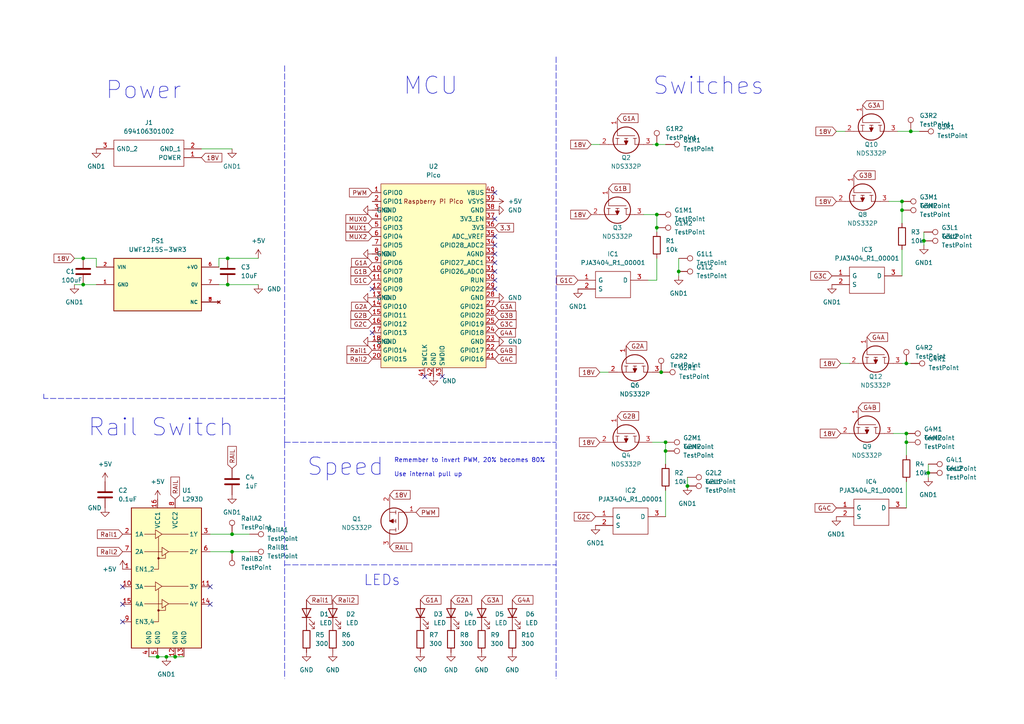
<source format=kicad_sch>
(kicad_sch (version 20211123) (generator eeschema)
  (paper "A4")
  (lib_symbols
    (symbol "Connector:TestPoint" (pin_numbers hide) (pin_names (offset 0.762) hide)
      (property "Reference" "TP" (at 0 6.858 0))
      (property "Value" "TestPoint" (at 0 5.08 0))
      (symbol "TestPoint_0_1"
        (circle (center 0 3.302) (radius 0.762))
      )
      (symbol "TestPoint_1_1"
        (pin passive line (at 0 0 90) (length 2.54) (name "1") (number "1"))
      )
    )
    (symbol "Device:C" (pin_numbers hide) (pin_names (offset 0.254))
      (property "Reference" "C" (at 0.635 2.54 0))
      (property "Value" "C" (at 0.635 -2.54 0))
      (symbol "C_0_1"
        (polyline (pts (xy -2.032 -0.762) (xy 2.032 -0.762)) (stroke (width 0.508)))
        (polyline (pts (xy -2.032 0.762) (xy 2.032 0.762)) (stroke (width 0.508)))
      )
      (symbol "C_1_1"
        (pin passive line (at 0 3.81 270) (length 2.794) (name "~") (number "1"))
        (pin passive line (at 0 -3.81 90) (length 2.794) (name "~") (number "2"))
      )
    )
    (symbol "Device:LED" (pin_numbers hide) (pin_names (offset 1.016) hide)
      (property "Reference" "D" (at 0 2.54 0))
      (property "Value" "LED" (at 0 -2.54 0))
      (symbol "LED_0_1"
        (polyline (pts (xy -1.27 -1.27) (xy -1.27 1.27)) (stroke (width 0.254)))
        (polyline (pts (xy -1.27 0) (xy 1.27 0)))
        (polyline (pts (xy 1.27 -1.27) (xy 1.27 1.27) (xy -1.27 0) (xy 1.27 -1.27)) (stroke (width 0.254)))
        (polyline (pts (xy -3.048 -0.762) (xy -4.572 -2.286) (xy -3.81 -2.286) (xy -4.572 -2.286) (xy -4.572 -1.524)))
        (polyline (pts (xy -1.778 -0.762) (xy -3.302 -2.286) (xy -2.54 -2.286) (xy -3.302 -2.286) (xy -3.302 -1.524)))
      )
      (symbol "LED_1_1"
        (pin passive line (at -3.81 0 0) (length 2.54) (name "K") (number "1"))
        (pin passive line (at 3.81 0 180) (length 2.54) (name "A") (number "2"))
      )
    )
    (symbol "Device:R" (pin_numbers hide) (pin_names (offset 0))
      (property "Reference" "R" (at 2.032 0 90))
      (property "Value" "R" (at 0 0 90))
      (symbol "R_0_1"
        (rectangle (start -1.016 -2.54) (end 1.016 2.54) (stroke (width 0.254)))
      )
      (symbol "R_1_1"
        (pin passive line (at 0 3.81 270) (length 1.27) (name "~") (number "1"))
        (pin passive line (at 0 -3.81 90) (length 1.27) (name "~") (number "2"))
      )
    )
    (symbol "Driver_Motor:L293D" (pin_names (offset 1.016))
      (property "Reference" "U" (at -5.08 26.035 0))
      (property "Value" "L293D" (at -5.08 24.13 0))
      (symbol "L293D_0_1"
        (rectangle (start -10.16 22.86) (end 10.16 -17.78) (stroke (width 0.254)) (fill (type background)))
        (circle (center -2.286 -6.858) (radius 0.254) (fill (type outline)))
        (circle (center -2.286 8.255) (radius 0.254) (fill (type outline)))
        (polyline (pts (xy -6.35 -4.953) (xy -1.27 -4.953)))
        (polyline (pts (xy -6.35 0.127) (xy -3.175 0.127)))
        (polyline (pts (xy -6.35 10.16) (xy -1.27 10.16)))
        (polyline (pts (xy -6.35 15.24) (xy -3.175 15.24)))
        (polyline (pts (xy -1.27 0.127) (xy 6.35 0.127)))
        (polyline (pts (xy -1.27 15.24) (xy 6.35 15.24)))
        (polyline (pts (xy 0.635 -4.953) (xy 6.35 -4.953)))
        (polyline (pts (xy 0.635 10.16) (xy 6.35 10.16)))
        (polyline (pts (xy -2.286 -6.858) (xy -0.254 -6.858) (xy -0.254 -5.588)))
        (polyline (pts (xy -2.286 -0.635) (xy -2.286 -10.16) (xy -3.556 -10.16)))
        (polyline (pts (xy -2.286 8.255) (xy -0.254 8.255) (xy -0.254 9.525)))
        (polyline (pts (xy -2.286 14.478) (xy -2.286 5.08) (xy -3.556 5.08)))
        (polyline (pts (xy -3.175 1.397) (xy -3.175 -1.143) (xy -1.27 0.127) (xy -3.175 1.397)))
        (polyline (pts (xy -3.175 16.51) (xy -3.175 13.97) (xy -1.27 15.24) (xy -3.175 16.51)))
        (polyline (pts (xy -1.27 -3.683) (xy -1.27 -6.223) (xy 0.635 -4.953) (xy -1.27 -3.683)))
        (polyline (pts (xy -1.27 11.43) (xy -1.27 8.89) (xy 0.635 10.16) (xy -1.27 11.43)))
      )
      (symbol "L293D_1_1"
        (pin input line (at -12.7 5.08 0) (length 2.54) (name "EN1,2") (number "1"))
        (pin input line (at -12.7 0 0) (length 2.54) (name "3A") (number "10"))
        (pin output line (at 12.7 0 180) (length 2.54) (name "3Y") (number "11"))
        (pin power_in line (at 2.54 -20.32 90) (length 2.54) (name "GND") (number "12"))
        (pin power_in line (at 5.08 -20.32 90) (length 2.54) (name "GND") (number "13"))
        (pin output line (at 12.7 -5.08 180) (length 2.54) (name "4Y") (number "14"))
        (pin input line (at -12.7 -5.08 0) (length 2.54) (name "4A") (number "15"))
        (pin power_in line (at -2.54 25.4 270) (length 2.54) (name "VCC1") (number "16"))
        (pin input line (at -12.7 15.24 0) (length 2.54) (name "1A") (number "2"))
        (pin output line (at 12.7 15.24 180) (length 2.54) (name "1Y") (number "3"))
        (pin power_in line (at -5.08 -20.32 90) (length 2.54) (name "GND") (number "4"))
        (pin power_in line (at -2.54 -20.32 90) (length 2.54) (name "GND") (number "5"))
        (pin output line (at 12.7 10.16 180) (length 2.54) (name "2Y") (number "6"))
        (pin input line (at -12.7 10.16 0) (length 2.54) (name "2A") (number "7"))
        (pin power_in line (at 2.54 25.4 270) (length 2.54) (name "VCC2") (number "8"))
        (pin input line (at -12.7 -10.16 0) (length 2.54) (name "EN3,4") (number "9"))
      )
    )
    (symbol "MCU_RaspberryPi_and_Boards:Pico"
      (property "Reference" "U" (at -13.97 27.94 0))
      (property "Value" "Pico" (at 0 19.05 0))
      (symbol "Pico_0_0"
        (text "Raspberry Pi Pico" (at 0 21.59 0) (effects (font (size 1.27 1.27))))
      )
      (symbol "Pico_0_1"
        (rectangle (start -15.24 26.67) (end 15.24 -26.67) (fill (type background)))
      )
      (symbol "Pico_1_1"
        (pin bidirectional line (at -17.78 24.13 0) (length 2.54) (name "GPIO0") (number "1"))
        (pin bidirectional line (at -17.78 1.27 0) (length 2.54) (name "GPIO7") (number "10"))
        (pin bidirectional line (at -17.78 -1.27 0) (length 2.54) (name "GPIO8") (number "11"))
        (pin bidirectional line (at -17.78 -3.81 0) (length 2.54) (name "GPIO9") (number "12"))
        (pin power_in line (at -17.78 -6.35 0) (length 2.54) (name "GND") (number "13"))
        (pin bidirectional line (at -17.78 -8.89 0) (length 2.54) (name "GPIO10") (number "14"))
        (pin bidirectional line (at -17.78 -11.43 0) (length 2.54) (name "GPIO11") (number "15"))
        (pin bidirectional line (at -17.78 -13.97 0) (length 2.54) (name "GPIO12") (number "16"))
        (pin bidirectional line (at -17.78 -16.51 0) (length 2.54) (name "GPIO13") (number "17"))
        (pin power_in line (at -17.78 -19.05 0) (length 2.54) (name "GND") (number "18"))
        (pin bidirectional line (at -17.78 -21.59 0) (length 2.54) (name "GPIO14") (number "19"))
        (pin bidirectional line (at -17.78 21.59 0) (length 2.54) (name "GPIO1") (number "2"))
        (pin bidirectional line (at -17.78 -24.13 0) (length 2.54) (name "GPIO15") (number "20"))
        (pin bidirectional line (at 17.78 -24.13 180) (length 2.54) (name "GPIO16") (number "21"))
        (pin bidirectional line (at 17.78 -21.59 180) (length 2.54) (name "GPIO17") (number "22"))
        (pin power_in line (at 17.78 -19.05 180) (length 2.54) (name "GND") (number "23"))
        (pin bidirectional line (at 17.78 -16.51 180) (length 2.54) (name "GPIO18") (number "24"))
        (pin bidirectional line (at 17.78 -13.97 180) (length 2.54) (name "GPIO19") (number "25"))
        (pin bidirectional line (at 17.78 -11.43 180) (length 2.54) (name "GPIO20") (number "26"))
        (pin bidirectional line (at 17.78 -8.89 180) (length 2.54) (name "GPIO21") (number "27"))
        (pin power_in line (at 17.78 -6.35 180) (length 2.54) (name "GND") (number "28"))
        (pin bidirectional line (at 17.78 -3.81 180) (length 2.54) (name "GPIO22") (number "29"))
        (pin power_in line (at -17.78 19.05 0) (length 2.54) (name "GND") (number "3"))
        (pin input line (at 17.78 -1.27 180) (length 2.54) (name "RUN") (number "30"))
        (pin bidirectional line (at 17.78 1.27 180) (length 2.54) (name "GPIO26_ADC0") (number "31"))
        (pin bidirectional line (at 17.78 3.81 180) (length 2.54) (name "GPIO27_ADC1") (number "32"))
        (pin power_in line (at 17.78 6.35 180) (length 2.54) (name "AGND") (number "33"))
        (pin bidirectional line (at 17.78 8.89 180) (length 2.54) (name "GPIO28_ADC2") (number "34"))
        (pin power_in line (at 17.78 11.43 180) (length 2.54) (name "ADC_VREF") (number "35"))
        (pin power_in line (at 17.78 13.97 180) (length 2.54) (name "3V3") (number "36"))
        (pin input line (at 17.78 16.51 180) (length 2.54) (name "3V3_EN") (number "37"))
        (pin bidirectional line (at 17.78 19.05 180) (length 2.54) (name "GND") (number "38"))
        (pin power_in line (at 17.78 21.59 180) (length 2.54) (name "VSYS") (number "39"))
        (pin bidirectional line (at -17.78 16.51 0) (length 2.54) (name "GPIO2") (number "4"))
        (pin power_in line (at 17.78 24.13 180) (length 2.54) (name "VBUS") (number "40"))
        (pin input line (at -2.54 -29.21 90) (length 2.54) (name "SWCLK") (number "41"))
        (pin power_in line (at 0 -29.21 90) (length 2.54) (name "GND") (number "42"))
        (pin bidirectional line (at 2.54 -29.21 90) (length 2.54) (name "SWDIO") (number "43"))
        (pin bidirectional line (at -17.78 13.97 0) (length 2.54) (name "GPIO3") (number "5"))
        (pin bidirectional line (at -17.78 11.43 0) (length 2.54) (name "GPIO4") (number "6"))
        (pin bidirectional line (at -17.78 8.89 0) (length 2.54) (name "GPIO5") (number "7"))
        (pin power_in line (at -17.78 6.35 0) (length 2.54) (name "GND") (number "8"))
        (pin bidirectional line (at -17.78 3.81 0) (length 2.54) (name "GPIO6") (number "9"))
      )
    )
    (symbol "SamacSys_Parts:694106301002" (pin_names (offset 0.762))
      (property "Reference" "J" (at 26.67 7.62 0))
      (property "Value" "694106301002" (at 26.67 5.08 0))
      (symbol "694106301002_0_0"
        (pin passive line (at 30.48 -2.54 180) (length 5.08) (name "POWER") (number "1"))
        (pin passive line (at 30.48 0 180) (length 5.08) (name "GND_1") (number "2"))
        (pin passive line (at 0 0 0) (length 5.08) (name "GND_2") (number "3"))
      )
      (symbol "694106301002_0_1"
        (polyline (pts (xy 5.08 2.54) (xy 25.4 2.54) (xy 25.4 -5.08) (xy 5.08 -5.08) (xy 5.08 2.54)) (stroke (width 0.1524)))
      )
    )
    (symbol "SamacSys_Parts:NDS332P" (pin_names (offset 0.762))
      (property "Reference" "Q" (at 11.43 3.81 0))
      (property "Value" "NDS332P" (at 11.43 1.27 0))
      (symbol "NDS332P_0_0"
        (pin passive line (at 0 0 0) (length 2.54) (name "~") (number "1"))
        (pin passive line (at 7.62 -5.08 90) (length 2.54) (name "~") (number "2"))
        (pin passive line (at 7.62 10.16 270) (length 2.54) (name "~") (number "3"))
      )
      (symbol "NDS332P_0_1"
        (polyline (pts (xy 5.842 -0.508) (xy 5.842 0.508)) (stroke (width 0.1524)))
        (polyline (pts (xy 5.842 0) (xy 7.62 0)) (stroke (width 0.1524)))
        (polyline (pts (xy 5.842 2.032) (xy 5.842 3.048)) (stroke (width 0.1524)))
        (polyline (pts (xy 5.842 5.588) (xy 5.842 4.572)) (stroke (width 0.1524)))
        (polyline (pts (xy 7.62 2.54) (xy 5.842 2.54)) (stroke (width 0.1524)))
        (polyline (pts (xy 7.62 2.54) (xy 7.62 -2.54)) (stroke (width 0.1524)))
        (polyline (pts (xy 7.62 5.08) (xy 5.842 5.08)) (stroke (width 0.1524)))
        (polyline (pts (xy 7.62 5.08) (xy 7.62 7.62)) (stroke (width 0.1524)))
        (polyline (pts (xy 2.54 0) (xy 5.08 0) (xy 5.08 5.08)) (stroke (width 0.1524)))
        (polyline (pts (xy 7.62 2.54) (xy 6.604 3.048) (xy 6.604 2.032) (xy 7.62 2.54)) (stroke (width 0.254)) (fill (type outline)))
        (circle (center 6.35 2.54) (radius 3.81) (stroke (width 0.254)))
      )
    )
    (symbol "SamacSys_Parts:PJA3404_R1_00001" (pin_names (offset 0.762))
      (property "Reference" "IC" (at 16.51 7.62 0))
      (property "Value" "PJA3404_R1_00001" (at 16.51 5.08 0))
      (symbol "PJA3404_R1_00001_0_0"
        (pin passive line (at 0 0 0) (length 5.08) (name "G") (number "1"))
        (pin passive line (at 0 -2.54 0) (length 5.08) (name "S") (number "2"))
        (pin passive line (at 20.32 0 180) (length 5.08) (name "D") (number "3"))
      )
      (symbol "PJA3404_R1_00001_0_1"
        (polyline (pts (xy 5.08 2.54) (xy 15.24 2.54) (xy 15.24 -5.08) (xy 5.08 -5.08) (xy 5.08 2.54)) (stroke (width 0.1524)))
      )
    )
    (symbol "UWF1215S-3WR3:UWF1215S-3WR3" (pin_names (offset 1.016))
      (property "Reference" "PS" (at -12.7 8.89 0))
      (property "Value" "UWF1215S-3WR3" (at -12.7 -10.16 0))
      (symbol "UWF1215S-3WR3_0_0"
        (rectangle (start -12.7 -7.62) (end 12.7 7.62) (stroke (width 0.254)) (fill (type background)))
        (pin power_in line (at -17.78 0 0) (length 5.08) (name "GND") (number "1"))
        (pin input line (at -17.78 5.08 0) (length 5.08) (name "VIN") (number "2"))
        (pin no_connect line (at 17.78 -5.08 180) (length 5.08) (name "NC") (number "3"))
        (pin no_connect line (at 17.78 -5.08 180) (length 5.08) (name "NC") (number "5"))
        (pin output line (at 17.78 5.08 180) (length 5.08) (name "+VO") (number "6"))
        (pin passive line (at 17.78 0 180) (length 5.08) (name "0V") (number "7"))
        (pin no_connect line (at 17.78 -5.08 180) (length 5.08) (name "NC") (number "8"))
      )
    )
    (symbol "power:+5V" (power) (pin_names (offset 0))
      (property "Value" "+5V" (at 0 3.556 0))
      (symbol "+5V_0_1"
        (polyline (pts (xy -0.762 1.27) (xy 0 2.54)))
        (polyline (pts (xy 0 0) (xy 0 2.54)))
        (polyline (pts (xy 0 2.54) (xy 0.762 1.27)))
      )
      (symbol "+5V_1_1"
        (pin power_in line (at 0 0 90) (length 0) hide (name "+5V") (number "1"))
      )
    )
    (symbol "power:GND" (power) (pin_names (offset 0))
      (property "Value" "GND" (at 0 -3.81 0))
      (symbol "GND_0_1"
        (polyline (pts (xy 0 0) (xy 0 -1.27) (xy 1.27 -1.27) (xy 0 -2.54) (xy -1.27 -1.27) (xy 0 -1.27)))
      )
      (symbol "GND_1_1"
        (pin power_in line (at 0 0 270) (length 0) hide (name "GND") (number "1"))
      )
    )
    (symbol "power:GND1" (power) (pin_names (offset 0))
      (property "Value" "GND1" (at 0 -3.81 0))
      (symbol "GND1_0_1"
        (polyline (pts (xy 0 0) (xy 0 -1.27) (xy 1.27 -1.27) (xy 0 -2.54) (xy -1.27 -1.27) (xy 0 -1.27)))
      )
      (symbol "GND1_1_1"
        (pin power_in line (at 0 0 270) (length 0) hide (name "GND1") (number "1"))
      )
    )
  )
  (junction (at 196.85 78.74))
  (junction (at 45.72 190.5))
  (junction (at 267.97 69.85))
  (junction (at 48.26 190.5))
  (junction (at 261.62 58.42))
  (junction (at 190.5 66.04))
  (junction (at 67.31 154.94))
  (junction (at 66.04 74.93))
  (junction (at 67.31 160.02))
  (junction (at 66.04 82.55))
  (junction (at 261.62 60.96))
  (junction (at 262.89 125.73))
  (junction (at 269.24 137.16))
  (junction (at 191.77 107.95))
  (junction (at 24.13 74.93))
  (junction (at 24.13 82.55))
  (junction (at 193.04 130.81))
  (junction (at 193.04 128.27))
  (junction (at 190.5 41.91))
  (junction (at 262.89 105.41))
  (junction (at 199.39 140.97))
  (junction (at 50.8 190.5))
  (junction (at 190.5 62.23))
  (junction (at 264.16 38.1))
  (junction (at 262.89 128.27))
  (no_connect (at 60.96 170.18))
  (no_connect (at 60.96 175.26))
  (no_connect (at 143.51 55.88))
  (no_connect (at 143.51 83.82))
  (no_connect (at 143.51 81.28))
  (no_connect (at 143.51 78.74))
  (no_connect (at 143.51 76.2))
  (no_connect (at 143.51 73.66))
  (no_connect (at 143.51 71.12))
  (no_connect (at 143.51 68.58))
  (no_connect (at 143.51 63.5))
  (no_connect (at 107.95 83.82))
  (no_connect (at 107.95 96.52))
  (no_connect (at 35.56 170.18))
  (no_connect (at 35.56 175.26))
  (no_connect (at 35.56 180.34))
  (no_connect (at 123.19 109.22))
  (no_connect (at 128.27 109.22))
  (wire (pts (xy 63.5 74.93) (xy 63.5 77.47)))
  (wire (pts (xy 190.5 62.23) (xy 190.5 66.04)))
  (wire (pts (xy 193.04 142.24) (xy 193.04 149.86)))
  (wire (pts (xy 193.04 128.27) (xy 193.04 130.81)))
  (polyline (pts (xy 82.55 128.27) (xy 161.29 128.27)))
  (wire (pts (xy 72.39 154.94) (xy 67.31 154.94)))
  (wire (pts (xy 269.24 137.16) (xy 269.24 138.43)))
  (wire (pts (xy 264.16 105.41) (xy 262.89 105.41)))
  (wire (pts (xy 267.97 67.31) (xy 267.97 69.85)))
  (wire (pts (xy 173.99 107.95) (xy 176.53 107.95)))
  (wire (pts (xy 187.96 81.28) (xy 190.5 81.28)))
  (wire (pts (xy 257.81 58.42) (xy 261.62 58.42)))
  (wire (pts (xy 242.57 38.1) (xy 245.11 38.1)))
  (wire (pts (xy 266.7 38.1) (xy 264.16 38.1)))
  (wire (pts (xy 21.59 74.93) (xy 24.13 74.93)))
  (polyline (pts (xy 82.55 128.27) (xy 82.55 196.85)))
  (wire (pts (xy 199.39 138.43) (xy 199.39 140.97)))
  (wire (pts (xy 67.31 160.02) (xy 60.96 160.02)))
  (wire (pts (xy 264.16 38.1) (xy 260.35 38.1)))
  (wire (pts (xy 66.04 82.55) (xy 63.5 82.55)))
  (polyline (pts (xy 82.55 19.05) (xy 82.55 128.27)))
  (wire (pts (xy 74.93 82.55) (xy 66.04 82.55)))
  (wire (pts (xy 21.59 82.55) (xy 24.13 82.55)))
  (wire (pts (xy 259.08 125.73) (xy 262.89 125.73)))
  (wire (pts (xy 262.89 125.73) (xy 262.89 128.27)))
  (wire (pts (xy 190.5 74.93) (xy 190.5 81.28)))
  (polyline (pts (xy 12.7 114.3) (xy 12.7 115.57)))
  (wire (pts (xy 190.5 41.91) (xy 189.23 41.91)))
  (wire (pts (xy 262.89 139.7) (xy 262.89 147.32)))
  (wire (pts (xy 27.94 74.93) (xy 24.13 74.93)))
  (wire (pts (xy 261.62 58.42) (xy 261.62 60.96)))
  (wire (pts (xy 261.62 60.96) (xy 261.62 64.77)))
  (wire (pts (xy 189.23 128.27) (xy 193.04 128.27)))
  (wire (pts (xy 171.45 41.91) (xy 173.99 41.91)))
  (wire (pts (xy 193.04 130.81) (xy 193.04 134.62)))
  (wire (pts (xy 186.69 62.23) (xy 190.5 62.23)))
  (wire (pts (xy 74.93 74.93) (xy 66.04 74.93)))
  (wire (pts (xy 196.85 78.74) (xy 196.85 74.93)))
  (wire (pts (xy 193.04 41.91) (xy 190.5 41.91)))
  (polyline (pts (xy 161.29 16.51) (xy 161.29 151.13)))
  (wire (pts (xy 72.39 160.02) (xy 67.31 160.02)))
  (wire (pts (xy 262.89 105.41) (xy 261.62 105.41)))
  (wire (pts (xy 269.24 134.62) (xy 269.24 137.16)))
  (polyline (pts (xy 161.29 151.13) (xy 161.29 196.85)))
  (wire (pts (xy 50.8 190.5) (xy 53.34 190.5)))
  (wire (pts (xy 262.89 128.27) (xy 262.89 132.08)))
  (wire (pts (xy 190.5 66.04) (xy 190.5 67.31)))
  (wire (pts (xy 196.85 80.01) (xy 196.85 78.74)))
  (wire (pts (xy 27.94 77.47) (xy 27.94 74.93)))
  (wire (pts (xy 243.84 105.41) (xy 246.38 105.41)))
  (wire (pts (xy 261.62 72.39) (xy 261.62 80.01)))
  (wire (pts (xy 67.31 43.18) (xy 58.42 43.18)))
  (wire (pts (xy 43.18 190.5) (xy 45.72 190.5)))
  (wire (pts (xy 267.97 69.85) (xy 267.97 71.12)))
  (wire (pts (xy 45.72 190.5) (xy 48.26 190.5)))
  (polyline (pts (xy 82.55 115.57) (xy 12.7 115.57)))
  (wire (pts (xy 48.26 190.5) (xy 50.8 190.5)))
  (wire (pts (xy 67.31 154.94) (xy 60.96 154.94)))
  (wire (pts (xy 24.13 82.55) (xy 27.94 82.55)))
  (wire (pts (xy 66.04 74.93) (xy 63.5 74.93)))
  (polyline (pts (xy 82.55 163.83) (xy 161.29 163.83)))
  (text "Remember to invert PWM, 20% becomes 80%\n\nUse internal pull up" (at 114.3 138.43 0) (effects (font (size 1.27 1.27)) (justify left bottom)))
  (text "MCU\n" (at 116.84 27.94 0) (effects (font (size 5 5)) (justify left bottom)))
  (text "Power" (at 30.48 29.21 0) (effects (font (size 5 5)) (justify left bottom)))
  (text "Speed" (at 88.9 138.43 0) (effects (font (size 5 5)) (justify left bottom)))
  (text "Switches" (at 189.23 27.94 0) (effects (font (size 5 5)) (justify left bottom)))
  (text "Rail Switch" (at 25.4 127 0) (effects (font (size 5 5)) (justify left bottom)))
  (text "LEDs" (at 105.41 170.18 0) (effects (font (size 3 3)) (justify left bottom)))
  (global_label "G4A" (shape input) (at 251.46 97.79 0) (property "Intersheet References" "${INTERSHEET_REFS}" (effects hide)))
  (global_label "G3A" (shape input) (at 250.19 30.48 0) (property "Intersheet References" "${INTERSHEET_REFS}" (effects hide)))
  (global_label "18V" (shape input) (at 21.59 74.93 180) (property "Intersheet References" "${INTERSHEET_REFS}" (effects hide)))
  (global_label "PWM" (shape input) (at 107.95 55.88 180) (property "Intersheet References" "${INTERSHEET_REFS}" (effects hide)))
  (global_label "G2A" (shape input) (at 107.95 88.9 180) (property "Intersheet References" "${INTERSHEET_REFS}" (effects hide)))
  (global_label "Rail2" (shape input) (at 107.95 104.14 180) (property "Intersheet References" "${INTERSHEET_REFS}" (effects hide)))
  (global_label "G3A" (shape input) (at 143.51 88.9 0) (property "Intersheet References" "${INTERSHEET_REFS}" (effects hide)))
  (global_label "G1A" (shape input) (at 179.07 34.29 0) (property "Intersheet References" "${INTERSHEET_REFS}" (effects hide)))
  (global_label "G1C" (shape input) (at 167.64 81.28 180) (property "Intersheet References" "${INTERSHEET_REFS}" (effects hide)))
  (global_label "G4A" (shape input) (at 148.59 173.99 0) (property "Intersheet References" "${INTERSHEET_REFS}" (effects hide)))
  (global_label "G2A" (shape input) (at 181.61 100.33 0) (property "Intersheet References" "${INTERSHEET_REFS}" (effects hide)))
  (global_label "MUX0" (shape input) (at 107.95 63.5 180) (property "Intersheet References" "${INTERSHEET_REFS}" (effects hide)))
  (global_label "MUX1" (shape input) (at 107.95 66.04 180) (property "Intersheet References" "${INTERSHEET_REFS}" (effects hide)))
  (global_label "RAIL" (shape input) (at 50.8 144.78 90) (property "Intersheet References" "${INTERSHEET_REFS}" (effects hide)))
  (global_label "G4B" (shape input) (at 248.92 118.11 0) (property "Intersheet References" "${INTERSHEET_REFS}" (effects hide)))
  (global_label "G1B" (shape input) (at 107.95 78.74 180) (property "Intersheet References" "${INTERSHEET_REFS}" (effects hide)))
  (global_label "Rail1" (shape input) (at 88.9 173.99 0) (property "Intersheet References" "${INTERSHEET_REFS}" (effects hide)))
  (global_label "Rail1" (shape input) (at 107.95 101.6 180) (property "Intersheet References" "${INTERSHEET_REFS}" (effects hide)))
  (global_label "18V" (shape input) (at 171.45 62.23 180) (property "Intersheet References" "${INTERSHEET_REFS}" (effects hide)))
  (global_label "18V" (shape input) (at 243.84 125.73 180) (property "Intersheet References" "${INTERSHEET_REFS}" (effects hide)))
  (global_label "Rail2" (shape input) (at 96.52 173.99 0) (property "Intersheet References" "${INTERSHEET_REFS}" (effects hide)))
  (global_label "RAIL" (shape input) (at 67.31 135.89 90) (property "Intersheet References" "${INTERSHEET_REFS}" (effects hide)))
  (global_label "18V" (shape input) (at 173.99 128.27 180) (property "Intersheet References" "${INTERSHEET_REFS}" (effects hide)))
  (global_label "G3B" (shape input) (at 247.65 50.8 0) (property "Intersheet References" "${INTERSHEET_REFS}" (effects hide)))
  (global_label "Rail1" (shape input) (at 35.56 154.94 180) (property "Intersheet References" "${INTERSHEET_REFS}" (effects hide)))
  (global_label "G1A" (shape input) (at 121.92 173.99 0) (property "Intersheet References" "${INTERSHEET_REFS}" (effects hide)))
  (global_label "G2B" (shape input) (at 107.95 91.44 180) (property "Intersheet References" "${INTERSHEET_REFS}" (effects hide)))
  (global_label "G2B" (shape input) (at 179.07 120.65 0) (property "Intersheet References" "${INTERSHEET_REFS}" (effects hide)))
  (global_label "G3A" (shape input) (at 139.7 173.99 0) (property "Intersheet References" "${INTERSHEET_REFS}" (effects hide)))
  (global_label "18V" (shape input) (at 58.42 45.72 0) (property "Intersheet References" "${INTERSHEET_REFS}" (effects hide)))
  (global_label "Rail2" (shape input) (at 35.56 160.02 180) (property "Intersheet References" "${INTERSHEET_REFS}" (effects hide)))
  (global_label "G1A" (shape input) (at 107.95 76.2 180) (property "Intersheet References" "${INTERSHEET_REFS}" (effects hide)))
  (global_label "G4C" (shape input) (at 143.51 104.14 0) (property "Intersheet References" "${INTERSHEET_REFS}" (effects hide)))
  (global_label "G2C" (shape input) (at 107.95 93.98 180) (property "Intersheet References" "${INTERSHEET_REFS}" (effects hide)))
  (global_label "G4C" (shape input) (at 242.57 147.32 180) (property "Intersheet References" "${INTERSHEET_REFS}" (effects hide)))
  (global_label "MUX2" (shape input) (at 107.95 68.58 180) (property "Intersheet References" "${INTERSHEET_REFS}" (effects hide)))
  (global_label "18V" (shape input) (at 171.45 41.91 180) (property "Intersheet References" "${INTERSHEET_REFS}" (effects hide)))
  (global_label "G2A" (shape input) (at 130.81 173.99 0) (property "Intersheet References" "${INTERSHEET_REFS}" (effects hide)))
  (global_label "3.3" (shape input) (at 143.51 66.04 0) (property "Intersheet References" "${INTERSHEET_REFS}" (effects hide)))
  (global_label "18V" (shape input) (at 242.57 58.42 180) (property "Intersheet References" "${INTERSHEET_REFS}" (effects hide)))
  (global_label "G3C" (shape input) (at 241.3 80.01 180) (property "Intersheet References" "${INTERSHEET_REFS}" (effects hide)))
  (global_label "G1C" (shape input) (at 107.95 81.28 180) (property "Intersheet References" "${INTERSHEET_REFS}" (effects hide)))
  (global_label "G4A" (shape input) (at 143.51 96.52 0) (property "Intersheet References" "${INTERSHEET_REFS}" (effects hide)))
  (global_label "18V" (shape input) (at 113.03 143.51 0) (property "Intersheet References" "${INTERSHEET_REFS}" (effects hide)))
  (global_label "RAIL" (shape input) (at 113.03 158.75 0) (property "Intersheet References" "${INTERSHEET_REFS}" (effects hide)))
  (global_label "G3C" (shape input) (at 143.51 93.98 0) (property "Intersheet References" "${INTERSHEET_REFS}" (effects hide)))
  (global_label "18V" (shape input) (at 242.57 38.1 180) (property "Intersheet References" "${INTERSHEET_REFS}" (effects hide)))
  (global_label "18V" (shape input) (at 243.84 105.41 180) (property "Intersheet References" "${INTERSHEET_REFS}" (effects hide)))
  (global_label "G1B" (shape input) (at 176.53 54.61 0) (property "Intersheet References" "${INTERSHEET_REFS}" (effects hide)))
  (global_label "G3B" (shape input) (at 143.51 91.44 0) (property "Intersheet References" "${INTERSHEET_REFS}" (effects hide)))
  (global_label "G4B" (shape input) (at 143.51 101.6 0) (property "Intersheet References" "${INTERSHEET_REFS}" (effects hide)))
  (global_label "G2C" (shape input) (at 172.72 149.86 180) (property "Intersheet References" "${INTERSHEET_REFS}" (effects hide)))
  (global_label "PWM" (shape input) (at 120.65 148.59 0) (property "Intersheet References" "${INTERSHEET_REFS}" (effects hide)))
  (global_label "18V" (shape input) (at 173.99 107.95 180) (property "Intersheet References" "${INTERSHEET_REFS}" (effects hide)))
  (symbol (lib_id "SamacSys_Parts:NDS332P") (at 179.07 34.29 270) (unit 1)
    (property "Reference" "Q2" (at 181.61 45.72 90))
    (property "Value" "NDS332P" (at 181.61 48.26 90))
    (property "Footprint" "SamacSys_Parts:SOT95P237X112-3N" (effects hide))
    (property "Description" "ON SEMICONDUCTOR - NDS332P.. - P CHANNEL MOSFET, -20V, 1A, SUPER SOT-3" (effects hide))
    (property "Height" "1.12" (effects hide))
    (property "Mouser Part Number" "512-NDS332P" (effects hide))
    (property "Mouser Price/Stock" "https://www.mouser.co.uk/ProductDetail/ON-Semiconductor-Fairchild/NDS332P?qs=FOlmdCx%252BAA3elNuimac4rQ%3D%3D" (effects hide))
    (property "Manufacturer_Name" "onsemi" (effects hide))
    (property "Manufacturer_Part_Number" "NDS332P" (effects hide))
  )
  (symbol (lib_id "Connector:TestPoint") (at 191.77 107.95 270) (unit 1)
    (property "Reference" "G2R1" (at 196.85 106.6799 90) (effects (justify left)))
    (property "Value" "TestPoint" (at 196.85 109.2199 90) (effects (justify left)))
    (property "Footprint" "TestPoint:TestPoint_Pad_2.5x2.5mm" (effects hide))
  )
  (symbol (lib_id "power:GND") (at 107.95 86.36 270) (unit 1)
    (property "Reference" "#PWR0114" (effects hide))
    (property "Value" "GND" (at 109.22 86.3599 90) (effects (justify left)))
  )
  (symbol (lib_id "power:GND1") (at 67.31 43.18 0) (unit 1)
    (property "Reference" "#PWR0116" (effects hide))
    (property "Value" "GND1" (at 67.31 48.26 0))
  )
  (symbol (lib_id "power:GND") (at 107.95 60.96 270) (unit 1)
    (property "Reference" "#PWR0109" (effects hide))
    (property "Value" "GND" (at 109.22 60.9599 90) (effects (justify left)))
  )
  (symbol (lib_id "Connector:TestPoint") (at 266.7 38.1 270) (unit 1)
    (property "Reference" "G3R1" (at 271.78 36.8299 90) (effects (justify left)))
    (property "Value" "TestPoint" (at 271.78 39.3699 90) (effects (justify left)))
    (property "Footprint" "TestPoint:TestPoint_Pad_2.5x2.5mm" (effects hide))
  )
  (symbol (lib_id "Connector:TestPoint") (at 67.31 160.02 180) (unit 1)
    (property "Reference" "RailB2" (at 69.85 162.0519 0) (effects (justify right)))
    (property "Value" "TestPoint" (at 69.85 164.5919 0) (effects (justify right)))
    (property "Footprint" "TestPoint:TestPoint_Pad_2.5x2.5mm" (effects hide))
  )
  (symbol (lib_id "Device:R") (at 130.81 185.42 0) (unit 1)
    (property "Reference" "R8" (at 133.35 184.1499 0) (effects (justify left)))
    (property "Value" "300" (at 133.35 186.6899 0) (effects (justify left)))
    (property "Footprint" "Resistor_THT:R_Axial_DIN0204_L3.6mm_D1.6mm_P7.62mm_Horizontal" (effects hide))
  )
  (symbol (lib_id "SamacSys_Parts:PJA3404_R1_00001") (at 241.3 80.01 0) (unit 1)
    (property "Reference" "IC3" (at 251.46 72.39 0))
    (property "Value" "PJA3404_R1_00001" (at 251.46 74.93 0))
    (property "Footprint" "SamacSys_Parts:SOT95P240X110-3N" (effects hide))
    (property "Datasheet" "https://www.mouser.fr/datasheet/2/1057/PJA3404-1867365.pdf" (effects hide))
    (property "Description" "MOSFET /A04/TR/7\"/HF/3K/SOT-23/MOS/SOT/NFET-30TMN/NF30T-QI10/PJ///" (effects hide))
    (property "Height" "1.1" (effects hide))
    (property "Mouser Part Number" "241-PJA3404_R1_00001" (effects hide))
    (property "Mouser Price/Stock" "https://www.mouser.co.uk/ProductDetail/Panjit/PJA3404_R1_00001?qs=sPbYRqrBIVkiUO9ZInE3tw%3D%3D" (effects hide))
    (property "Manufacturer_Name" "PANJIT" (effects hide))
    (property "Manufacturer_Part_Number" "PJA3404_R1_00001" (effects hide))
  )
  (symbol (lib_id "power:GND1") (at 199.39 140.97 0) (unit 1)
    (property "Reference" "#PWR0103" (effects hide))
    (property "Value" "GND1" (at 199.39 146.05 0))
  )
  (symbol (lib_id "power:+5V") (at 143.51 58.42 270) (unit 1)
    (property "Reference" "#PWR0111" (effects hide))
    (property "Value" "+5V" (at 147.32 58.4199 90) (effects (justify left)))
  )
  (symbol (lib_id "Connector:TestPoint") (at 262.89 105.41 0) (unit 1)
    (property "Reference" "G4R2" (at 265.43 100.8379 0) (effects (justify left)))
    (property "Value" "TestPoint" (at 265.43 103.3779 0) (effects (justify left)))
    (property "Footprint" "TestPoint:TestPoint_Pad_2.5x2.5mm" (effects hide))
  )
  (symbol (lib_id "power:GND") (at 107.95 99.06 270) (unit 1)
    (property "Reference" "#PWR0115" (effects hide))
    (property "Value" "GND" (at 109.22 99.0599 90) (effects (justify left)))
  )
  (symbol (lib_id "SamacSys_Parts:NDS332P") (at 247.65 50.8 270) (unit 1)
    (property "Reference" "Q8" (at 250.19 62.23 90))
    (property "Value" "NDS332P" (at 250.19 64.77 90))
    (property "Footprint" "SamacSys_Parts:SOT95P237X112-3N" (effects hide))
    (property "Description" "ON SEMICONDUCTOR - NDS332P.. - P CHANNEL MOSFET, -20V, 1A, SUPER SOT-3" (effects hide))
    (property "Height" "1.12" (effects hide))
    (property "Mouser Part Number" "512-NDS332P" (effects hide))
    (property "Mouser Price/Stock" "https://www.mouser.co.uk/ProductDetail/ON-Semiconductor-Fairchild/NDS332P?qs=FOlmdCx%252BAA3elNuimac4rQ%3D%3D" (effects hide))
    (property "Manufacturer_Name" "onsemi" (effects hide))
    (property "Manufacturer_Part_Number" "NDS332P" (effects hide))
  )
  (symbol (lib_id "Device:LED") (at 88.9 177.8 90) (unit 1)
    (property "Reference" "D1" (at 92.71 178.1174 90) (effects (justify right)))
    (property "Value" "LED" (at 92.71 180.6574 90) (effects (justify right)))
    (property "Footprint" "LED_THT:LED_D3.0mm" (effects hide))
  )
  (symbol (lib_id "MCU_RaspberryPi_and_Boards:Pico") (at 125.73 80.01 0) (unit 1)
    (property "Reference" "U2" (at 125.73 48.26 0))
    (property "Value" "Pico" (at 125.73 50.8 0))
    (property "Footprint" "MCU_RaspberryPi_and_Boards:RPi_Pico_SMD_TH" (effects hide))
  )
  (symbol (lib_id "SamacSys_Parts:NDS332P") (at 181.61 100.33 270) (unit 1)
    (property "Reference" "Q6" (at 184.15 111.76 90))
    (property "Value" "NDS332P" (at 184.15 114.3 90))
    (property "Footprint" "SamacSys_Parts:SOT95P237X112-3N" (effects hide))
    (property "Description" "ON SEMICONDUCTOR - NDS332P.. - P CHANNEL MOSFET, -20V, 1A, SUPER SOT-3" (effects hide))
    (property "Height" "1.12" (effects hide))
    (property "Mouser Part Number" "512-NDS332P" (effects hide))
    (property "Mouser Price/Stock" "https://www.mouser.co.uk/ProductDetail/ON-Semiconductor-Fairchild/NDS332P?qs=FOlmdCx%252BAA3elNuimac4rQ%3D%3D" (effects hide))
    (property "Manufacturer_Name" "onsemi" (effects hide))
    (property "Manufacturer_Part_Number" "NDS332P" (effects hide))
  )
  (symbol (lib_id "power:GND") (at 107.95 73.66 270) (unit 1)
    (property "Reference" "#PWR0129" (effects hide))
    (property "Value" "GND" (at 109.22 73.6599 90) (effects (justify left)))
  )
  (symbol (lib_id "Connector:TestPoint") (at 261.62 60.96 270) (unit 1)
    (property "Reference" "G3M2" (at 266.7 59.6899 90) (effects (justify left)))
    (property "Value" "TestPoint" (at 266.7 62.2299 90) (effects (justify left)))
    (property "Footprint" "TestPoint:TestPoint_Pad_2.5x2.5mm" (effects hide))
  )
  (symbol (lib_id "Connector:TestPoint") (at 67.31 154.94 0) (unit 1)
    (property "Reference" "RailA2" (at 69.85 150.3679 0) (effects (justify left)))
    (property "Value" "TestPoint" (at 69.85 152.9079 0) (effects (justify left)))
    (property "Footprint" "TestPoint:TestPoint_Pad_2.5x2.5mm" (effects hide))
  )
  (symbol (lib_id "power:GND1") (at 267.97 71.12 0) (unit 1)
    (property "Reference" "#PWR0104" (effects hide))
    (property "Value" "GND1" (at 267.97 76.2 0))
  )
  (symbol (lib_id "power:GND") (at 121.92 189.23 0) (unit 1)
    (property "Reference" "#PWR0125" (effects hide))
    (property "Value" "GND" (at 121.92 194.31 0))
  )
  (symbol (lib_id "power:GND1") (at 48.26 190.5 0) (unit 1)
    (property "Reference" "#PWR0137" (effects hide))
    (property "Value" "GND1" (at 48.26 195.58 0))
  )
  (symbol (lib_id "Connector:TestPoint") (at 199.39 138.43 270) (unit 1)
    (property "Reference" "G2L2" (at 204.47 137.1599 90) (effects (justify left)))
    (property "Value" "TestPoint" (at 204.47 139.6999 90) (effects (justify left)))
    (property "Footprint" "TestPoint:TestPoint_Pad_2.5x2.5mm" (effects hide))
  )
  (symbol (lib_id "Connector:TestPoint") (at 264.16 105.41 270) (unit 1)
    (property "Reference" "G4R1" (at 269.24 104.1399 90) (effects (justify left)))
    (property "Value" "TestPoint" (at 269.24 106.6799 90) (effects (justify left)))
    (property "Footprint" "TestPoint:TestPoint_Pad_2.5x2.5mm" (effects hide))
  )
  (symbol (lib_id "SamacSys_Parts:NDS332P") (at 120.65 148.59 180) (unit 1)
    (property "Reference" "Q1" (at 103.505 150.495 0))
    (property "Value" "NDS332P" (at 103.505 153.035 0))
    (property "Footprint" "SamacSys_Parts:SOT95P237X112-3N" (effects hide))
    (property "Description" "ON SEMICONDUCTOR - NDS332P.. - P CHANNEL MOSFET, -20V, 1A, SUPER SOT-3" (effects hide))
    (property "Height" "1.12" (effects hide))
    (property "Mouser Part Number" "512-NDS332P" (effects hide))
    (property "Mouser Price/Stock" "https://www.mouser.co.uk/ProductDetail/ON-Semiconductor-Fairchild/NDS332P?qs=FOlmdCx%252BAA3elNuimac4rQ%3D%3D" (effects hide))
    (property "Manufacturer_Name" "onsemi" (effects hide))
    (property "Manufacturer_Part_Number" "NDS332P" (effects hide))
  )
  (symbol (lib_id "Device:R") (at 190.5 71.12 0) (unit 1)
    (property "Reference" "R1" (at 193.04 69.8499 0) (effects (justify left)))
    (property "Value" "10k" (at 193.04 72.3899 0) (effects (justify left)))
    (property "Footprint" "Resistor_THT:R_Axial_DIN0204_L3.6mm_D1.6mm_P7.62mm_Horizontal" (effects hide))
  )
  (symbol (lib_id "Connector:TestPoint") (at 190.5 41.91 0) (unit 1)
    (property "Reference" "G1R2" (at 193.04 37.3379 0) (effects (justify left)))
    (property "Value" "TestPoint" (at 193.04 39.8779 0) (effects (justify left)))
    (property "Footprint" "TestPoint:TestPoint_Pad_2.5x2.5mm" (effects hide))
  )
  (symbol (lib_id "SamacSys_Parts:PJA3404_R1_00001") (at 172.72 149.86 0) (unit 1)
    (property "Reference" "IC2" (at 182.88 142.24 0))
    (property "Value" "PJA3404_R1_00001" (at 182.88 144.78 0))
    (property "Footprint" "SamacSys_Parts:SOT95P240X110-3N" (effects hide))
    (property "Datasheet" "https://www.mouser.fr/datasheet/2/1057/PJA3404-1867365.pdf" (effects hide))
    (property "Description" "MOSFET /A04/TR/7\"/HF/3K/SOT-23/MOS/SOT/NFET-30TMN/NF30T-QI10/PJ///" (effects hide))
    (property "Height" "1.1" (effects hide))
    (property "Mouser Part Number" "241-PJA3404_R1_00001" (effects hide))
    (property "Mouser Price/Stock" "https://www.mouser.co.uk/ProductDetail/Panjit/PJA3404_R1_00001?qs=sPbYRqrBIVkiUO9ZInE3tw%3D%3D" (effects hide))
    (property "Manufacturer_Name" "PANJIT" (effects hide))
    (property "Manufacturer_Part_Number" "PJA3404_R1_00001" (effects hide))
  )
  (symbol (lib_id "Connector:TestPoint") (at 193.04 41.91 270) (unit 1)
    (property "Reference" "G1R1" (at 198.12 40.6399 90) (effects (justify left)))
    (property "Value" "TestPoint" (at 198.12 43.1799 90) (effects (justify left)))
    (property "Footprint" "TestPoint:TestPoint_Pad_2.5x2.5mm" (effects hide))
  )
  (symbol (lib_id "SamacSys_Parts:NDS332P") (at 179.07 120.65 270) (unit 1)
    (property "Reference" "Q4" (at 181.61 132.08 90))
    (property "Value" "NDS332P" (at 181.61 134.62 90))
    (property "Footprint" "SamacSys_Parts:SOT95P237X112-3N" (effects hide))
    (property "Description" "ON SEMICONDUCTOR - NDS332P.. - P CHANNEL MOSFET, -20V, 1A, SUPER SOT-3" (effects hide))
    (property "Height" "1.12" (effects hide))
    (property "Mouser Part Number" "512-NDS332P" (effects hide))
    (property "Mouser Price/Stock" "https://www.mouser.co.uk/ProductDetail/ON-Semiconductor-Fairchild/NDS332P?qs=FOlmdCx%252BAA3elNuimac4rQ%3D%3D" (effects hide))
    (property "Manufacturer_Name" "onsemi" (effects hide))
    (property "Manufacturer_Part_Number" "NDS332P" (effects hide))
  )
  (symbol (lib_id "power:+5V") (at 30.48 139.7 0) (unit 1)
    (property "Reference" "#PWR0133" (effects hide))
    (property "Value" "+5V" (at 30.48 134.62 0))
  )
  (symbol (lib_id "SamacSys_Parts:NDS332P") (at 250.19 30.48 270) (unit 1)
    (property "Reference" "Q10" (at 252.73 41.91 90))
    (property "Value" "NDS332P" (at 252.73 44.45 90))
    (property "Footprint" "SamacSys_Parts:SOT95P237X112-3N" (effects hide))
    (property "Description" "ON SEMICONDUCTOR - NDS332P.. - P CHANNEL MOSFET, -20V, 1A, SUPER SOT-3" (effects hide))
    (property "Height" "1.12" (effects hide))
    (property "Mouser Part Number" "512-NDS332P" (effects hide))
    (property "Mouser Price/Stock" "https://www.mouser.co.uk/ProductDetail/ON-Semiconductor-Fairchild/NDS332P?qs=FOlmdCx%252BAA3elNuimac4rQ%3D%3D" (effects hide))
    (property "Manufacturer_Name" "onsemi" (effects hide))
    (property "Manufacturer_Part_Number" "NDS332P" (effects hide))
  )
  (symbol (lib_id "SamacSys_Parts:PJA3404_R1_00001") (at 242.57 147.32 0) (unit 1)
    (property "Reference" "IC4" (at 252.73 139.7 0))
    (property "Value" "PJA3404_R1_00001" (at 252.73 142.24 0))
    (property "Footprint" "SamacSys_Parts:SOT95P240X110-3N" (effects hide))
    (property "Datasheet" "https://www.mouser.fr/datasheet/2/1057/PJA3404-1867365.pdf" (effects hide))
    (property "Description" "MOSFET /A04/TR/7\"/HF/3K/SOT-23/MOS/SOT/NFET-30TMN/NF30T-QI10/PJ///" (effects hide))
    (property "Height" "1.1" (effects hide))
    (property "Mouser Part Number" "241-PJA3404_R1_00001" (effects hide))
    (property "Mouser Price/Stock" "https://www.mouser.co.uk/ProductDetail/Panjit/PJA3404_R1_00001?qs=sPbYRqrBIVkiUO9ZInE3tw%3D%3D" (effects hide))
    (property "Manufacturer_Name" "PANJIT" (effects hide))
    (property "Manufacturer_Part_Number" "PJA3404_R1_00001" (effects hide))
  )
  (symbol (lib_id "Connector:TestPoint") (at 199.39 140.97 270) (unit 1)
    (property "Reference" "G2L1" (at 204.47 139.6999 90) (effects (justify left)))
    (property "Value" "TestPoint" (at 204.47 142.2399 90) (effects (justify left)))
    (property "Footprint" "TestPoint:TestPoint_Pad_2.5x2.5mm" (effects hide))
  )
  (symbol (lib_id "power:GND") (at 96.52 189.23 0) (unit 1)
    (property "Reference" "#PWR0119" (effects hide))
    (property "Value" "GND" (at 96.52 194.31 0))
  )
  (symbol (lib_id "Connector:TestPoint") (at 72.39 160.02 270) (unit 1)
    (property "Reference" "RailB1" (at 77.47 158.7499 90) (effects (justify left)))
    (property "Value" "TestPoint" (at 77.47 161.2899 90) (effects (justify left)))
    (property "Footprint" "TestPoint:TestPoint_Pad_2.5x2.5mm" (effects hide))
  )
  (symbol (lib_id "Connector:TestPoint") (at 196.85 78.74 270) (unit 1)
    (property "Reference" "G1L2" (at 201.93 77.4699 90) (effects (justify left)))
    (property "Value" "TestPoint" (at 201.93 80.0099 90) (effects (justify left)))
    (property "Footprint" "TestPoint:TestPoint_Pad_2.5x2.5mm" (effects hide))
  )
  (symbol (lib_id "Device:LED") (at 139.7 177.8 90) (unit 1)
    (property "Reference" "D5" (at 143.51 178.1174 90) (effects (justify right)))
    (property "Value" "LED" (at 143.51 180.6574 90) (effects (justify right)))
    (property "Footprint" "LED_THT:LED_D3.0mm" (effects hide))
  )
  (symbol (lib_id "Device:C") (at 24.13 78.74 0) (unit 1)
    (property "Reference" "C1" (at 19.05 78.74 0) (effects (justify left)))
    (property "Value" "100uF" (at 17.78 81.28 0) (effects (justify left)))
    (property "Footprint" "Capacitor_THT:CP_Radial_D10.0mm_P7.50mm" (effects hide))
  )
  (symbol (lib_id "Connector:TestPoint") (at 190.5 62.23 270) (unit 1)
    (property "Reference" "G1M1" (at 195.58 60.9599 90) (effects (justify left)))
    (property "Value" "TestPoint" (at 195.58 63.4999 90) (effects (justify left)))
    (property "Footprint" "TestPoint:TestPoint_Pad_2.5x2.5mm" (effects hide))
  )
  (symbol (lib_id "Device:R") (at 121.92 185.42 0) (unit 1)
    (property "Reference" "R7" (at 124.46 184.1499 0) (effects (justify left)))
    (property "Value" "300" (at 124.46 186.6899 0) (effects (justify left)))
    (property "Footprint" "Resistor_THT:R_Axial_DIN0204_L3.6mm_D1.6mm_P7.62mm_Horizontal" (effects hide))
  )
  (symbol (lib_id "Connector:TestPoint") (at 193.04 128.27 270) (unit 1)
    (property "Reference" "G2M1" (at 198.12 126.9999 90) (effects (justify left)))
    (property "Value" "TestPoint" (at 198.12 129.5399 90) (effects (justify left)))
    (property "Footprint" "TestPoint:TestPoint_Pad_2.5x2.5mm" (effects hide))
  )
  (symbol (lib_id "SamacSys_Parts:NDS332P") (at 251.46 97.79 270) (unit 1)
    (property "Reference" "Q12" (at 254 109.22 90))
    (property "Value" "NDS332P" (at 254 111.76 90))
    (property "Footprint" "SamacSys_Parts:SOT95P237X112-3N" (effects hide))
    (property "Description" "ON SEMICONDUCTOR - NDS332P.. - P CHANNEL MOSFET, -20V, 1A, SUPER SOT-3" (effects hide))
    (property "Height" "1.12" (effects hide))
    (property "Mouser Part Number" "512-NDS332P" (effects hide))
    (property "Mouser Price/Stock" "https://www.mouser.co.uk/ProductDetail/ON-Semiconductor-Fairchild/NDS332P?qs=FOlmdCx%252BAA3elNuimac4rQ%3D%3D" (effects hide))
    (property "Manufacturer_Name" "onsemi" (effects hide))
    (property "Manufacturer_Part_Number" "NDS332P" (effects hide))
  )
  (symbol (lib_id "power:GND") (at 125.73 109.22 0) (unit 1)
    (property "Reference" "#PWR0108" (effects hide))
    (property "Value" "GND" (at 128.27 110.4899 0) (effects (justify left)))
  )
  (symbol (lib_id "Connector:TestPoint") (at 261.62 58.42 270) (unit 1)
    (property "Reference" "G3M1" (at 266.7 57.1499 90) (effects (justify left)))
    (property "Value" "TestPoint" (at 266.7 59.6899 90) (effects (justify left)))
    (property "Footprint" "TestPoint:TestPoint_Pad_2.5x2.5mm" (effects hide))
  )
  (symbol (lib_id "Device:C") (at 66.04 78.74 0) (unit 1)
    (property "Reference" "C3" (at 69.85 77.47 0) (effects (justify left)))
    (property "Value" "10uF" (at 69.85 80.01 0) (effects (justify left)))
    (property "Footprint" "Capacitor_THT:CP_Radial_D10.0mm_P7.50mm" (effects hide))
  )
  (symbol (lib_id "Device:R") (at 96.52 185.42 0) (unit 1)
    (property "Reference" "R6" (at 99.06 184.1499 0) (effects (justify left)))
    (property "Value" "300" (at 99.06 186.6899 0) (effects (justify left)))
    (property "Footprint" "Resistor_THT:R_Axial_DIN0204_L3.6mm_D1.6mm_P7.62mm_Horizontal" (effects hide))
  )
  (symbol (lib_id "Connector:TestPoint") (at 262.89 125.73 270) (unit 1)
    (property "Reference" "G4M1" (at 267.97 124.4599 90) (effects (justify left)))
    (property "Value" "TestPoint" (at 267.97 126.9999 90) (effects (justify left)))
    (property "Footprint" "TestPoint:TestPoint_Pad_2.5x2.5mm" (effects hide))
  )
  (symbol (lib_id "Device:LED") (at 121.92 177.8 90) (unit 1)
    (property "Reference" "D3" (at 125.73 178.1174 90) (effects (justify right)))
    (property "Value" "LED" (at 125.73 180.6574 90) (effects (justify right)))
    (property "Footprint" "LED_THT:LED_D3.0mm" (effects hide))
  )
  (symbol (lib_id "Device:R") (at 148.59 185.42 0) (unit 1)
    (property "Reference" "R10" (at 151.13 184.1499 0) (effects (justify left)))
    (property "Value" "300" (at 151.13 186.6899 0) (effects (justify left)))
    (property "Footprint" "Resistor_THT:R_Axial_DIN0204_L3.6mm_D1.6mm_P7.62mm_Horizontal" (effects hide))
  )
  (symbol (lib_id "power:GND") (at 30.48 147.32 0) (unit 1)
    (property "Reference" "#PWR0135" (effects hide))
    (property "Value" "GND" (at 25.4 147.32 0) (effects (justify left)))
  )
  (symbol (lib_id "Device:R") (at 261.62 68.58 0) (unit 1)
    (property "Reference" "R3" (at 264.16 67.3099 0) (effects (justify left)))
    (property "Value" "10k" (at 264.16 69.8499 0) (effects (justify left)))
    (property "Footprint" "Resistor_THT:R_Axial_DIN0204_L3.6mm_D1.6mm_P7.62mm_Horizontal" (effects hide))
  )
  (symbol (lib_id "Device:R") (at 139.7 185.42 0) (unit 1)
    (property "Reference" "R9" (at 142.24 184.1499 0) (effects (justify left)))
    (property "Value" "300" (at 142.24 186.6899 0) (effects (justify left)))
    (property "Footprint" "Resistor_THT:R_Axial_DIN0204_L3.6mm_D1.6mm_P7.62mm_Horizontal" (effects hide))
  )
  (symbol (lib_id "Connector:TestPoint") (at 72.39 154.94 270) (unit 1)
    (property "Reference" "RailA1" (at 77.47 153.6699 90) (effects (justify left)))
    (property "Value" "TestPoint" (at 77.47 156.2099 90) (effects (justify left)))
    (property "Footprint" "TestPoint:TestPoint_Pad_2.5x2.5mm" (effects hide))
  )
  (symbol (lib_id "SamacSys_Parts:694106301002") (at 27.94 43.18 0) (unit 1)
    (property "Reference" "J1" (at 43.18 35.56 0))
    (property "Value" "694106301002" (at 43.18 38.1 0))
    (property "Footprint" "SamacSys_Parts:694106301002_1" (effects hide))
    (property "Datasheet" "https://datasheet.datasheetarchive.com/originals/distributors/Datasheets_SAMA/1c153bd2ba42bb51bda59ee4cd9765cd.pdf" (effects hide))
    (property "Description" "WURTH ELEKTRONIK - 694106301002 - CONNECTOR, POWER ENTRY, JACK, 3A, 20VDC" (effects hide))
    (property "Mouser Part Number" "710-694106301002" (effects hide))
    (property "Mouser Price/Stock" "https://www.mouser.co.uk/ProductDetail/Wurth-Elektronik/694106301002?qs=a9WhcLg8qCwOEkcI62k5mA%3D%3D" (effects hide))
    (property "Manufacturer_Name" "Wurth Elektronik" (effects hide))
    (property "Manufacturer_Part_Number" "694106301002" (effects hide))
  )
  (symbol (lib_id "power:+5V") (at 35.56 165.1 0) (unit 1)
    (property "Reference" "#PWR0134" (effects hide))
    (property "Value" "+5V" (at 31.75 165.1 0))
  )
  (symbol (lib_id "Connector:TestPoint") (at 196.85 74.93 270) (unit 1)
    (property "Reference" "G1L1" (at 201.93 73.6599 90) (effects (justify left)))
    (property "Value" "TestPoint" (at 201.93 76.1999 90) (effects (justify left)))
    (property "Footprint" "TestPoint:TestPoint_Pad_2.5x2.5mm" (effects hide))
  )
  (symbol (lib_id "Driver_Motor:L293D") (at 48.26 170.18 0) (unit 1)
    (property "Reference" "U1" (at 52.8194 142.24 0) (effects (justify left)))
    (property "Value" "L293D" (at 52.8194 144.78 0) (effects (justify left)))
    (property "Footprint" "Package_DIP:DIP-16_W7.62mm" (effects hide))
    (property "Datasheet" "http://www.ti.com/lit/ds/symlink/l293.pdf" (effects hide))
  )
  (symbol (lib_id "SamacSys_Parts:PJA3404_R1_00001") (at 167.64 81.28 0) (unit 1)
    (property "Reference" "IC1" (at 177.8 73.66 0))
    (property "Value" "PJA3404_R1_00001" (at 177.8 76.2 0))
    (property "Footprint" "SamacSys_Parts:SOT95P240X110-3N" (effects hide))
    (property "Datasheet" "https://www.mouser.fr/datasheet/2/1057/PJA3404-1867365.pdf" (effects hide))
    (property "Description" "MOSFET /A04/TR/7\"/HF/3K/SOT-23/MOS/SOT/NFET-30TMN/NF30T-QI10/PJ///" (effects hide))
    (property "Height" "1.1" (effects hide))
    (property "Mouser Part Number" "241-PJA3404_R1_00001" (effects hide))
    (property "Mouser Price/Stock" "https://www.mouser.co.uk/ProductDetail/Panjit/PJA3404_R1_00001?qs=sPbYRqrBIVkiUO9ZInE3tw%3D%3D" (effects hide))
    (property "Manufacturer_Name" "PANJIT" (effects hide))
    (property "Manufacturer_Part_Number" "PJA3404_R1_00001" (effects hide))
  )
  (symbol (lib_id "power:GND") (at 148.59 189.23 0) (unit 1)
    (property "Reference" "#PWR0122" (effects hide))
    (property "Value" "GND" (at 148.59 194.31 0))
  )
  (symbol (lib_id "power:GND") (at 74.93 82.55 0) (unit 1)
    (property "Reference" "#PWR0117" (effects hide))
    (property "Value" "GND" (at 77.47 83.8199 0) (effects (justify left)))
  )
  (symbol (lib_id "Connector:TestPoint") (at 262.89 128.27 270) (unit 1)
    (property "Reference" "G4M2" (at 267.97 126.9999 90) (effects (justify left)))
    (property "Value" "TestPoint" (at 267.97 129.5399 90) (effects (justify left)))
    (property "Footprint" "TestPoint:TestPoint_Pad_2.5x2.5mm" (effects hide))
  )
  (symbol (lib_id "Device:LED") (at 96.52 177.8 90) (unit 1)
    (property "Reference" "D2" (at 100.33 178.1174 90) (effects (justify right)))
    (property "Value" "LED" (at 100.33 180.6574 90) (effects (justify right)))
    (property "Footprint" "LED_THT:LED_D3.0mm" (effects hide))
  )
  (symbol (lib_id "Connector:TestPoint") (at 190.5 66.04 270) (unit 1)
    (property "Reference" "G1M2" (at 195.58 64.7699 90) (effects (justify left)))
    (property "Value" "TestPoint" (at 195.58 67.3099 90) (effects (justify left)))
    (property "Footprint" "TestPoint:TestPoint_Pad_2.5x2.5mm" (effects hide))
  )
  (symbol (lib_id "SamacSys_Parts:NDS332P") (at 248.92 118.11 270) (unit 1)
    (property "Reference" "Q9" (at 251.46 129.54 90))
    (property "Value" "NDS332P" (at 251.46 132.08 90))
    (property "Footprint" "SamacSys_Parts:SOT95P237X112-3N" (effects hide))
    (property "Description" "ON SEMICONDUCTOR - NDS332P.. - P CHANNEL MOSFET, -20V, 1A, SUPER SOT-3" (effects hide))
    (property "Height" "1.12" (effects hide))
    (property "Mouser Part Number" "512-NDS332P" (effects hide))
    (property "Mouser Price/Stock" "https://www.mouser.co.uk/ProductDetail/ON-Semiconductor-Fairchild/NDS332P?qs=FOlmdCx%252BAA3elNuimac4rQ%3D%3D" (effects hide))
    (property "Manufacturer_Name" "onsemi" (effects hide))
    (property "Manufacturer_Part_Number" "NDS332P" (effects hide))
  )
  (symbol (lib_id "power:+5V") (at 74.93 74.93 0) (unit 1)
    (property "Reference" "#PWR0118" (effects hide))
    (property "Value" "+5V" (at 74.93 69.85 0))
  )
  (symbol (lib_id "Connector:TestPoint") (at 193.04 130.81 270) (unit 1)
    (property "Reference" "G2M2" (at 198.12 129.5399 90) (effects (justify left)))
    (property "Value" "TestPoint" (at 198.12 132.0799 90) (effects (justify left)))
    (property "Footprint" "TestPoint:TestPoint_Pad_2.5x2.5mm" (effects hide))
  )
  (symbol (lib_id "power:GND1") (at 196.85 80.01 0) (unit 1)
    (property "Reference" "#PWR0120" (effects hide))
    (property "Value" "GND1" (at 196.85 85.09 0))
  )
  (symbol (lib_id "Device:R") (at 262.89 135.89 0) (unit 1)
    (property "Reference" "R4" (at 265.43 134.6199 0) (effects (justify left)))
    (property "Value" "10k" (at 265.43 137.1599 0) (effects (justify left)))
    (property "Footprint" "Resistor_THT:R_Axial_DIN0204_L3.6mm_D1.6mm_P7.62mm_Horizontal" (effects hide))
  )
  (symbol (lib_id "power:GND1") (at 269.24 138.43 0) (unit 1)
    (property "Reference" "#PWR0107" (effects hide))
    (property "Value" "GND1" (at 269.24 143.51 0))
  )
  (symbol (lib_id "power:GND") (at 130.81 189.23 0) (unit 1)
    (property "Reference" "#PWR0124" (effects hide))
    (property "Value" "GND" (at 130.81 194.31 0))
  )
  (symbol (lib_id "power:GND") (at 139.7 189.23 0) (unit 1)
    (property "Reference" "#PWR0123" (effects hide))
    (property "Value" "GND" (at 139.7 194.31 0))
  )
  (symbol (lib_id "Device:LED") (at 130.81 177.8 90) (unit 1)
    (property "Reference" "D4" (at 134.62 178.1174 90) (effects (justify right)))
    (property "Value" "LED" (at 134.62 180.6574 90) (effects (justify right)))
    (property "Footprint" "LED_THT:LED_D3.0mm" (effects hide))
  )
  (symbol (lib_id "power:GND1") (at 67.31 143.51 0) (unit 1)
    (property "Reference" "#PWR0136" (effects hide))
    (property "Value" "GND1" (at 67.31 148.59 0))
  )
  (symbol (lib_id "Connector:TestPoint") (at 191.77 107.95 0) (unit 1)
    (property "Reference" "G2R2" (at 194.31 103.3779 0) (effects (justify left)))
    (property "Value" "TestPoint" (at 194.31 105.9179 0) (effects (justify left)))
    (property "Footprint" "TestPoint:TestPoint_Pad_2.5x2.5mm" (effects hide))
  )
  (symbol (lib_id "power:GND") (at 143.51 60.96 90) (unit 1)
    (property "Reference" "#PWR0110" (effects hide))
    (property "Value" "GND" (at 147.32 60.9599 90) (effects (justify right)))
  )
  (symbol (lib_id "power:GND") (at 143.51 86.36 90) (unit 1)
    (property "Reference" "#PWR0112" (effects hide))
    (property "Value" "GND" (at 147.32 86.3599 90) (effects (justify right)))
  )
  (symbol (lib_id "UWF1215S-3WR3:UWF1215S-3WR3") (at 45.72 82.55 0) (unit 1)
    (property "Reference" "PS1" (at 45.72 69.85 0))
    (property "Value" "UWF1215S-3WR3" (at 45.72 72.39 0))
    (property "Footprint" "UWF1215S-3WR3:CONV_UWF1215S-3WR3" (effects hide))
    (property "MANUFACTURER" "Mornsun" (effects hide))
    (property "PARTREV" "2020.08.11-A/1" (effects hide))
    (property "STANDARD" "Manufacturer Recommendations" (effects hide))
    (property "MAXIMUM_PACKAGE_HEIGHT" "12.50 mm" (effects hide))
  )
  (symbol (lib_id "Device:LED") (at 148.59 177.8 90) (unit 1)
    (property "Reference" "D6" (at 152.4 178.1174 90) (effects (justify right)))
    (property "Value" "LED" (at 152.4 180.6574 90) (effects (justify right)))
    (property "Footprint" "LED_THT:LED_D3.0mm" (effects hide))
  )
  (symbol (lib_id "Connector:TestPoint") (at 269.24 137.16 270) (unit 1)
    (property "Reference" "G4L2" (at 274.32 135.8899 90) (effects (justify left)))
    (property "Value" "TestPoint" (at 274.32 138.4299 90) (effects (justify left)))
    (property "Footprint" "TestPoint:TestPoint_Pad_2.5x2.5mm" (effects hide))
  )
  (symbol (lib_id "power:GND1") (at 167.64 83.82 0) (unit 1)
    (property "Reference" "#PWR0101" (effects hide))
    (property "Value" "GND1" (at 167.64 88.9 0))
  )
  (symbol (lib_id "Device:R") (at 193.04 138.43 0) (unit 1)
    (property "Reference" "R2" (at 195.58 137.1599 0) (effects (justify left)))
    (property "Value" "10k" (at 195.58 139.6999 0) (effects (justify left)))
    (property "Footprint" "Resistor_THT:R_Axial_DIN0204_L3.6mm_D1.6mm_P7.62mm_Horizontal" (effects hide))
  )
  (symbol (lib_id "Device:C") (at 30.48 143.51 0) (unit 1)
    (property "Reference" "C2" (at 34.29 142.2399 0) (effects (justify left)))
    (property "Value" "0.1uF" (at 34.29 144.7799 0) (effects (justify left)))
    (property "Footprint" "Capacitor_THT:CP_Radial_D10.0mm_P7.50mm" (effects hide))
  )
  (symbol (lib_id "power:GND1") (at 172.72 152.4 0) (unit 1)
    (property "Reference" "#PWR0102" (effects hide))
    (property "Value" "GND1" (at 172.72 157.48 0))
  )
  (symbol (lib_id "Connector:TestPoint") (at 264.16 38.1 0) (unit 1)
    (property "Reference" "G3R2" (at 266.7 33.5279 0) (effects (justify left)))
    (property "Value" "TestPoint" (at 266.7 36.0679 0) (effects (justify left)))
    (property "Footprint" "TestPoint:TestPoint_Pad_2.5x2.5mm" (effects hide))
  )
  (symbol (lib_id "power:GND") (at 88.9 189.23 0) (unit 1)
    (property "Reference" "#PWR0121" (effects hide))
    (property "Value" "GND" (at 88.9 194.31 0))
  )
  (symbol (lib_id "SamacSys_Parts:NDS332P") (at 176.53 54.61 270) (unit 1)
    (property "Reference" "Q3" (at 179.07 66.04 90))
    (property "Value" "NDS332P" (at 179.07 68.58 90))
    (property "Footprint" "SamacSys_Parts:SOT95P237X112-3N" (effects hide))
    (property "Description" "ON SEMICONDUCTOR - NDS332P.. - P CHANNEL MOSFET, -20V, 1A, SUPER SOT-3" (effects hide))
    (property "Height" "1.12" (effects hide))
    (property "Mouser Part Number" "512-NDS332P" (effects hide))
    (property "Mouser Price/Stock" "https://www.mouser.co.uk/ProductDetail/ON-Semiconductor-Fairchild/NDS332P?qs=FOlmdCx%252BAA3elNuimac4rQ%3D%3D" (effects hide))
    (property "Manufacturer_Name" "onsemi" (effects hide))
    (property "Manufacturer_Part_Number" "NDS332P" (effects hide))
  )
  (symbol (lib_id "Connector:TestPoint") (at 269.24 134.62 270) (unit 1)
    (property "Reference" "G4L1" (at 274.32 133.3499 90) (effects (justify left)))
    (property "Value" "TestPoint" (at 274.32 135.8899 90) (effects (justify left)))
    (property "Footprint" "TestPoint:TestPoint_Pad_2.5x2.5mm" (effects hide))
  )
  (symbol (lib_id "Connector:TestPoint") (at 267.97 69.85 270) (unit 1)
    (property "Reference" "G3L2" (at 273.05 68.5799 90) (effects (justify left)))
    (property "Value" "TestPoint" (at 273.05 71.1199 90) (effects (justify left)))
    (property "Footprint" "TestPoint:TestPoint_Pad_2.5x2.5mm" (effects hide))
  )
  (symbol (lib_id "power:GND1") (at 242.57 149.86 0) (unit 1)
    (property "Reference" "#PWR0106" (effects hide))
    (property "Value" "GND1" (at 242.57 154.94 0))
  )
  (symbol (lib_id "power:GND1") (at 21.59 82.55 0) (unit 1)
    (property "Reference" "#PWR0131" (effects hide))
    (property "Value" "GND1" (at 21.59 87.63 0))
  )
  (symbol (lib_id "Connector:TestPoint") (at 267.97 67.31 270) (unit 1)
    (property "Reference" "G3L1" (at 273.05 66.0399 90) (effects (justify left)))
    (property "Value" "TestPoint" (at 273.05 68.5799 90) (effects (justify left)))
    (property "Footprint" "TestPoint:TestPoint_Pad_2.5x2.5mm" (effects hide))
  )
  (symbol (lib_id "power:GND1") (at 27.94 43.18 0) (unit 1)
    (property "Reference" "#PWR0130" (effects hide))
    (property "Value" "GND1" (at 27.94 48.26 0))
  )
  (symbol (lib_id "power:GND1") (at 241.3 82.55 0) (unit 1)
    (property "Reference" "#PWR0105" (effects hide))
    (property "Value" "GND1" (at 241.3 87.63 0))
  )
  (symbol (lib_id "power:+5V") (at 45.72 144.78 0) (unit 1)
    (property "Reference" "#PWR0132" (effects hide))
    (property "Value" "+5V" (at 45.72 139.7 0))
  )
  (symbol (lib_id "Device:R") (at 88.9 185.42 0) (unit 1)
    (property "Reference" "R5" (at 91.44 184.1499 0) (effects (justify left)))
    (property "Value" "300" (at 91.44 186.6899 0) (effects (justify left)))
    (property "Footprint" "Resistor_THT:R_Axial_DIN0204_L3.6mm_D1.6mm_P7.62mm_Horizontal" (effects hide))
  )
  (symbol (lib_id "Device:C") (at 67.31 139.7 0) (unit 1)
    (property "Reference" "C4" (at 71.12 138.4299 0) (effects (justify left)))
    (property "Value" "1uF" (at 71.12 140.9699 0) (effects (justify left)))
    (property "Footprint" "Capacitor_THT:CP_Radial_D10.0mm_P7.50mm" (effects hide))
  )
  (symbol (lib_id "power:GND") (at 143.51 99.06 90) (unit 1)
    (property "Reference" "#PWR0113" (effects hide))
    (property "Value" "GND" (at 147.32 99.0599 90) (effects (justify right)))
  )
)
</source>
